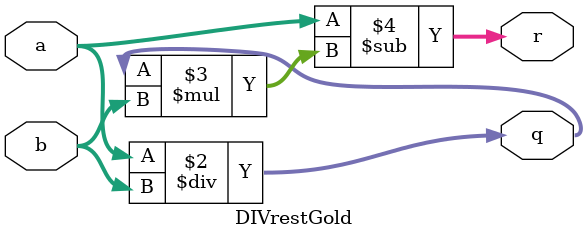
<source format=v>

module DIVrestGold(a, b, q, r);
input 		[31:0] a; 	// Dividend
input 		[31:0] b; 	// Divisor

output reg	[31:0] q;	// Quotient
output reg	[31:0] r;	// Remainder

always @(*)
begin
	q = (a/b);
	r = (a - (q*b));
end
endmodule
</source>
